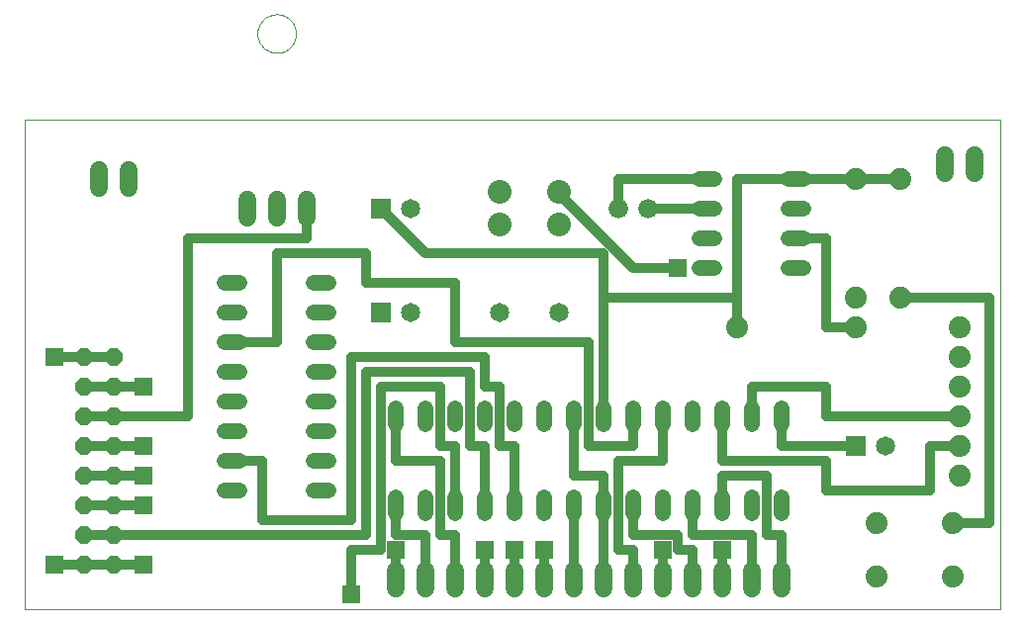
<source format=gbl>
G75*
%MOIN*%
%OFA0B0*%
%FSLAX24Y24*%
%IPPOS*%
%LPD*%
%AMOC8*
5,1,8,0,0,1.08239X$1,22.5*
%
%ADD10C,0.0000*%
%ADD11C,0.0520*%
%ADD12C,0.0650*%
%ADD13C,0.0660*%
%ADD14OC8,0.0600*%
%ADD15C,0.0600*%
%ADD16C,0.0800*%
%ADD17R,0.0650X0.0650*%
%ADD18C,0.0740*%
%ADD19C,0.0320*%
%ADD20R,0.0591X0.0591*%
D10*
X000100Y000267D02*
X000100Y016763D01*
X032970Y016763D01*
X032970Y000267D01*
X000100Y000267D01*
X007950Y019667D02*
X007952Y019717D01*
X007958Y019767D01*
X007968Y019817D01*
X007981Y019865D01*
X007998Y019913D01*
X008019Y019959D01*
X008043Y020003D01*
X008071Y020045D01*
X008102Y020085D01*
X008136Y020122D01*
X008173Y020157D01*
X008212Y020188D01*
X008253Y020217D01*
X008297Y020242D01*
X008343Y020264D01*
X008390Y020282D01*
X008438Y020296D01*
X008487Y020307D01*
X008537Y020314D01*
X008587Y020317D01*
X008638Y020316D01*
X008688Y020311D01*
X008738Y020302D01*
X008786Y020290D01*
X008834Y020273D01*
X008880Y020253D01*
X008925Y020230D01*
X008968Y020203D01*
X009008Y020173D01*
X009046Y020140D01*
X009081Y020104D01*
X009114Y020065D01*
X009143Y020024D01*
X009169Y019981D01*
X009192Y019936D01*
X009211Y019889D01*
X009226Y019841D01*
X009238Y019792D01*
X009246Y019742D01*
X009250Y019692D01*
X009250Y019642D01*
X009246Y019592D01*
X009238Y019542D01*
X009226Y019493D01*
X009211Y019445D01*
X009192Y019398D01*
X009169Y019353D01*
X009143Y019310D01*
X009114Y019269D01*
X009081Y019230D01*
X009046Y019194D01*
X009008Y019161D01*
X008968Y019131D01*
X008925Y019104D01*
X008880Y019081D01*
X008834Y019061D01*
X008786Y019044D01*
X008738Y019032D01*
X008688Y019023D01*
X008638Y019018D01*
X008587Y019017D01*
X008537Y019020D01*
X008487Y019027D01*
X008438Y019038D01*
X008390Y019052D01*
X008343Y019070D01*
X008297Y019092D01*
X008253Y019117D01*
X008212Y019146D01*
X008173Y019177D01*
X008136Y019212D01*
X008102Y019249D01*
X008071Y019289D01*
X008043Y019331D01*
X008019Y019375D01*
X007998Y019421D01*
X007981Y019469D01*
X007968Y019517D01*
X007958Y019567D01*
X007952Y019617D01*
X007950Y019667D01*
D11*
X007360Y011267D02*
X006840Y011267D01*
X006840Y010267D02*
X007360Y010267D01*
X007360Y009267D02*
X006840Y009267D01*
X006840Y008267D02*
X007360Y008267D01*
X007360Y007267D02*
X006840Y007267D01*
X006840Y006267D02*
X007360Y006267D01*
X007360Y005267D02*
X006840Y005267D01*
X006840Y004267D02*
X007360Y004267D01*
X009840Y004267D02*
X010360Y004267D01*
X010360Y005267D02*
X009840Y005267D01*
X009840Y006267D02*
X010360Y006267D01*
X010360Y007267D02*
X009840Y007267D01*
X009840Y008267D02*
X010360Y008267D01*
X010360Y009267D02*
X009840Y009267D01*
X009840Y010267D02*
X010360Y010267D01*
X010360Y011267D02*
X009840Y011267D01*
X012600Y007027D02*
X012600Y006507D01*
X013600Y006507D02*
X013600Y007027D01*
X014600Y007027D02*
X014600Y006507D01*
X015600Y006507D02*
X015600Y007027D01*
X016600Y007027D02*
X016600Y006507D01*
X017600Y006507D02*
X017600Y007027D01*
X018600Y007027D02*
X018600Y006507D01*
X019600Y006507D02*
X019600Y007027D01*
X020600Y007027D02*
X020600Y006507D01*
X021600Y006507D02*
X021600Y007027D01*
X022600Y007027D02*
X022600Y006507D01*
X023600Y006507D02*
X023600Y007027D01*
X024600Y007027D02*
X024600Y006507D01*
X025600Y006507D02*
X025600Y007027D01*
X025600Y004027D02*
X025600Y003507D01*
X024600Y003507D02*
X024600Y004027D01*
X023600Y004027D02*
X023600Y003507D01*
X022600Y003507D02*
X022600Y004027D01*
X021600Y004027D02*
X021600Y003507D01*
X020600Y003507D02*
X020600Y004027D01*
X019600Y004027D02*
X019600Y003507D01*
X018600Y003507D02*
X018600Y004027D01*
X017600Y004027D02*
X017600Y003507D01*
X016600Y003507D02*
X016600Y004027D01*
X015600Y004027D02*
X015600Y003507D01*
X014600Y003507D02*
X014600Y004027D01*
X013600Y004027D02*
X013600Y003507D01*
X012600Y003507D02*
X012600Y004027D01*
X022840Y011767D02*
X023360Y011767D01*
X023360Y012767D02*
X022840Y012767D01*
X022840Y013767D02*
X023360Y013767D01*
X023360Y014767D02*
X022840Y014767D01*
X025840Y014767D02*
X026360Y014767D01*
X026360Y013767D02*
X025840Y013767D01*
X025840Y012767D02*
X026360Y012767D01*
X026360Y011767D02*
X025840Y011767D01*
D12*
X018100Y010267D03*
X016100Y010267D03*
X013100Y010267D03*
X013100Y013767D03*
X029100Y005767D03*
D13*
X021100Y013767D03*
X020100Y013767D03*
D14*
X003100Y008767D03*
X002100Y008767D03*
X002100Y007767D03*
X003100Y007767D03*
X003100Y006767D03*
X002100Y006767D03*
X002100Y005767D03*
X003100Y005767D03*
X003100Y004767D03*
X002100Y004767D03*
X002100Y003767D03*
X003100Y003767D03*
X003100Y002767D03*
X002100Y002767D03*
X002100Y001767D03*
X003100Y001767D03*
D15*
X012600Y001567D02*
X012600Y000967D01*
X013600Y000967D02*
X013600Y001567D01*
X014600Y001567D02*
X014600Y000967D01*
X015600Y000967D02*
X015600Y001567D01*
X016600Y001567D02*
X016600Y000967D01*
X017600Y000967D02*
X017600Y001567D01*
X018600Y001567D02*
X018600Y000967D01*
X019600Y000967D02*
X019600Y001567D01*
X020600Y001567D02*
X020600Y000967D01*
X021600Y000967D02*
X021600Y001567D01*
X022600Y001567D02*
X022600Y000967D01*
X023600Y000967D02*
X023600Y001567D01*
X024600Y001567D02*
X024600Y000967D01*
X025600Y000967D02*
X025600Y001567D01*
X009600Y013467D02*
X009600Y014067D01*
X008600Y014067D02*
X008600Y013467D01*
X007600Y013467D02*
X007600Y014067D01*
X003600Y014467D02*
X003600Y015067D01*
X002600Y015067D02*
X002600Y014467D01*
X031100Y014967D02*
X031100Y015567D01*
X032100Y015567D02*
X032100Y014967D01*
D16*
X018100Y014317D03*
X018100Y013217D03*
X016100Y013217D03*
X016100Y014317D03*
D17*
X012100Y013767D03*
X012100Y010267D03*
X028100Y005767D03*
D18*
X031600Y005767D03*
X031600Y006767D03*
X031600Y007767D03*
X031600Y008767D03*
X031600Y009767D03*
X029600Y010767D03*
X028100Y010767D03*
X028100Y009767D03*
X024100Y009767D03*
X028100Y014767D03*
X029600Y014767D03*
X031600Y004767D03*
X031380Y003157D03*
X028820Y003157D03*
X028820Y001377D03*
X031380Y001377D03*
D19*
X031380Y003157D02*
X032600Y003157D01*
X032600Y006267D01*
X032600Y010767D01*
X029600Y010767D01*
X028100Y009767D02*
X027100Y009767D01*
X027100Y012767D01*
X026100Y012767D01*
X026100Y014767D02*
X024100Y014767D01*
X024100Y010767D01*
X024100Y009767D01*
X024100Y010767D02*
X019600Y010767D01*
X019600Y006767D01*
X018600Y006767D02*
X018600Y004767D01*
X019600Y004767D01*
X019600Y003767D01*
X019600Y001267D01*
X018600Y001267D02*
X018600Y003767D01*
X020600Y003767D02*
X020600Y002767D01*
X022100Y002767D01*
X022100Y002267D01*
X022600Y002267D01*
X022600Y001267D01*
X021600Y001267D02*
X021600Y002267D01*
X020600Y002267D02*
X020600Y001267D01*
X020600Y002267D02*
X020100Y002267D01*
X020100Y005267D01*
X021600Y005267D01*
X021600Y006767D01*
X020600Y006767D02*
X020600Y005767D01*
X019100Y005767D01*
X019100Y009267D01*
X014600Y009267D01*
X014600Y011267D01*
X011600Y011267D01*
X011600Y012267D01*
X008600Y012267D01*
X008600Y009267D01*
X007100Y009267D01*
X004100Y007767D02*
X003100Y007767D01*
X002100Y007767D01*
X002100Y008767D02*
X001100Y008767D01*
X002100Y008767D02*
X003100Y008767D01*
X003100Y006767D02*
X002100Y006767D01*
X003100Y006767D02*
X005600Y006767D01*
X005600Y012767D01*
X009600Y012767D01*
X009600Y013767D01*
X012100Y013767D02*
X013600Y012267D01*
X019600Y012267D01*
X019600Y010767D01*
X020600Y011767D02*
X018100Y014267D01*
X020100Y014767D02*
X020100Y013767D01*
X021100Y013767D02*
X023100Y013767D01*
X023100Y014767D02*
X020100Y014767D01*
X020600Y011767D02*
X022100Y011767D01*
X026100Y014767D02*
X028100Y014767D01*
X029600Y014767D01*
X027100Y007767D02*
X024600Y007767D01*
X024600Y006767D01*
X023600Y006767D02*
X023600Y005267D01*
X027100Y005267D01*
X027100Y004267D01*
X030600Y004267D01*
X030600Y005767D01*
X031600Y005767D01*
X031600Y006767D02*
X027100Y006767D01*
X027100Y007767D01*
X025600Y006767D02*
X025600Y005767D01*
X028100Y005767D01*
X025100Y004767D02*
X025100Y002767D01*
X025600Y002767D01*
X025600Y001267D01*
X024600Y001267D02*
X024600Y002767D01*
X022600Y002767D01*
X022600Y003767D01*
X023600Y003767D02*
X023600Y004767D01*
X025100Y004767D01*
X023600Y002267D02*
X023600Y001267D01*
X017600Y001267D02*
X017600Y002267D01*
X016600Y002267D02*
X016600Y001267D01*
X015600Y001267D02*
X015600Y002267D01*
X014600Y002767D02*
X014600Y001267D01*
X013600Y001267D02*
X013600Y002767D01*
X012600Y002767D01*
X012600Y003767D01*
X011600Y002767D02*
X003100Y002767D01*
X002100Y002767D01*
X002100Y003767D02*
X003100Y003767D01*
X004100Y003767D01*
X004100Y004767D02*
X003100Y004767D01*
X002100Y004767D01*
X002100Y005767D02*
X003100Y005767D01*
X004100Y005767D01*
X007100Y005267D02*
X008100Y005267D01*
X008100Y003267D01*
X011100Y003267D01*
X011100Y008767D01*
X015600Y008767D01*
X015600Y007767D01*
X016100Y007767D01*
X016100Y005767D01*
X016600Y005767D01*
X016600Y003767D01*
X015600Y003767D02*
X015600Y005767D01*
X015100Y005767D01*
X015100Y008267D01*
X011600Y008267D01*
X011600Y002767D01*
X011100Y002267D02*
X011100Y000767D01*
X012600Y001267D02*
X012600Y002267D01*
X012100Y002267D02*
X011100Y002267D01*
X012100Y002267D02*
X012100Y007767D01*
X014100Y007767D01*
X014100Y005767D01*
X014600Y005767D01*
X014600Y003767D01*
X014600Y002767D02*
X014100Y002767D01*
X014100Y005267D01*
X012600Y005267D01*
X012600Y006767D01*
X004100Y001767D02*
X003100Y001767D01*
X002100Y001767D01*
X001100Y001767D01*
D20*
X001100Y001767D03*
X004100Y001767D03*
X004100Y003767D03*
X004100Y004767D03*
X004100Y005767D03*
X004100Y007767D03*
X001100Y008767D03*
X012600Y002267D03*
X011100Y000767D03*
X015600Y002267D03*
X016600Y002267D03*
X017600Y002267D03*
X021600Y002267D03*
X023600Y002267D03*
X022100Y011767D03*
M02*

</source>
